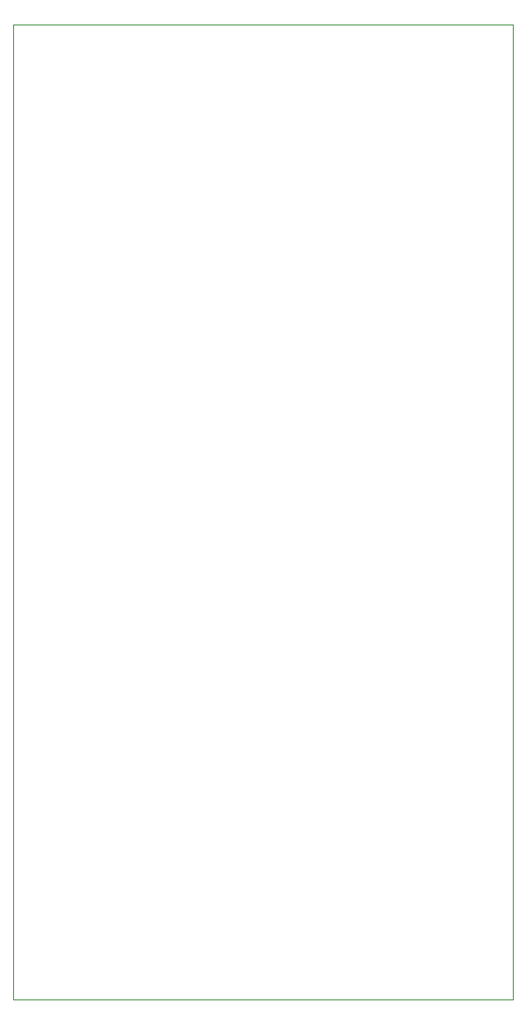
<source format=gbr>
G04 #@! TF.GenerationSoftware,KiCad,Pcbnew,(5.1.0)-1*
G04 #@! TF.CreationDate,2022-02-26T19:57:31-08:00*
G04 #@! TF.ProjectId,BITLINK_12F_R1,4249544c-494e-44b5-9f31-32465f52312e,rev?*
G04 #@! TF.SameCoordinates,PX7755c18PY8cd1ce0*
G04 #@! TF.FileFunction,Profile,NP*
%FSLAX45Y45*%
G04 Gerber Fmt 4.5, Leading zero omitted, Abs format (unit mm)*
G04 Created by KiCad (PCBNEW (5.1.0)-1) date 2022-02-26 19:57:31*
%MOMM*%
%LPD*%
G04 APERTURE LIST*
%ADD10C,0.100000*%
G04 APERTURE END LIST*
D10*
X0Y9408400D02*
X0Y0D01*
X0Y0D02*
X4826000Y0D01*
X4826000Y9408400D02*
X4826000Y0D01*
X0Y9408400D02*
X4826000Y9408400D01*
M02*

</source>
